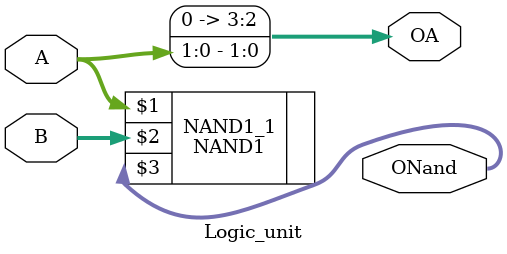
<source format=v>
module Logic_unit(A, B, OA, ONand);
	input [1:0] A;
	input [1:0] B;
	output [3:0] OA;
	output [3:0] ONand;
	assign OA[3] = 0;
	assign OA[2] = 0;
	assign OA[1] = A[1];
	assign OA[0] = A[0];
	NAND1 NAND1_1(A, B, ONand);
endmodule
</source>
